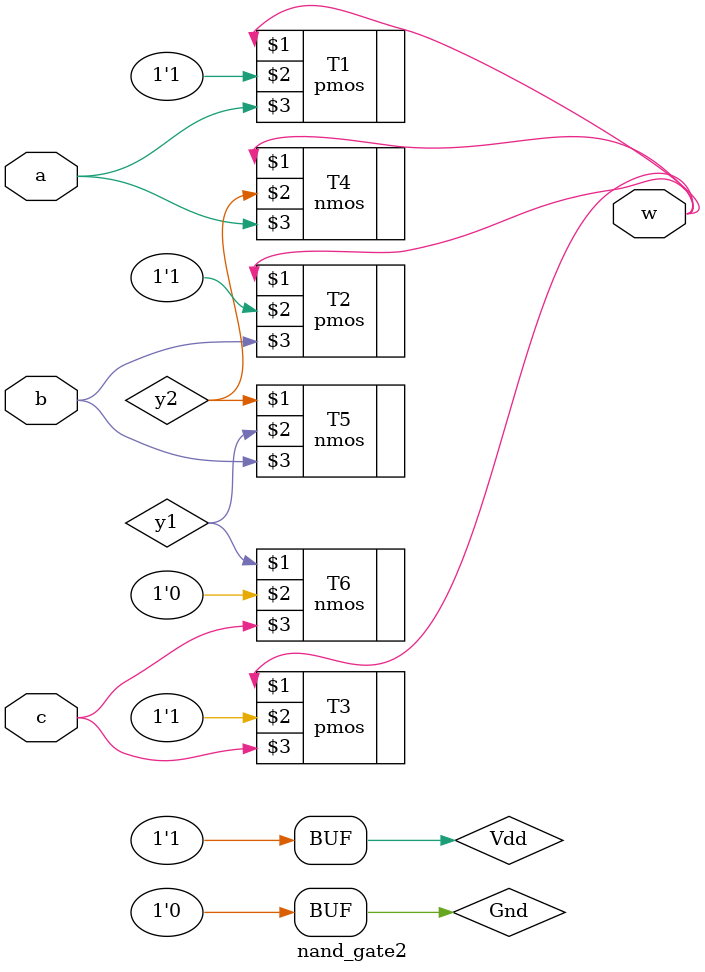
<source format=sv>
`timescale 1ns/1ns
module nand_gate2 (input a,b,c, output w);
	wire y1,y2;
	supply1 Vdd;
	supply0 Gnd;
	pmos #(5,6,7) T1(w,Vdd,a);
	pmos #(5,6,7) T2(w,Vdd,b);
	pmos #(5,6,7) T3(w,Vdd,c);
	nmos #(3,4,5) T4(w,y2,a);
	nmos #(3,4,5) T5(y2,y1,b);
	nmos #(3,4,5) T6(y1,Gnd,c);
endmodule
</source>
